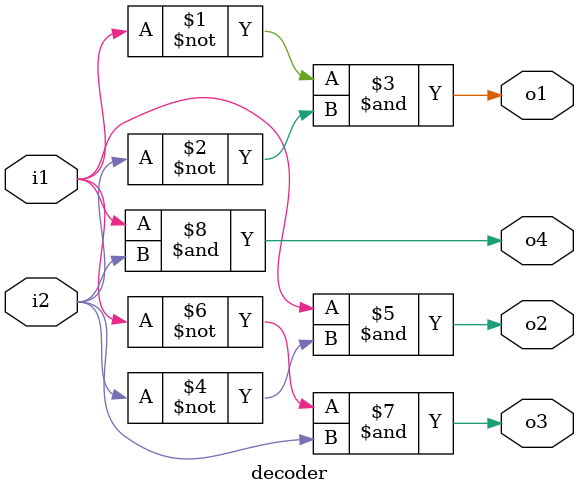
<source format=v>
`timescale 1ns / 1ps
module decoder(
    input i1,
    input i2,
    output o1,
    output o2,
    output o3,
    output o4
    );
  assign o1 = (~i1) & (~i2) ;
  assign o2 = ( i1) & (~i2) ;
  assign o3 = (~i1) & ( i2) ;
  assign o4 = ( i1) & ( i2) ;

endmodule

</source>
